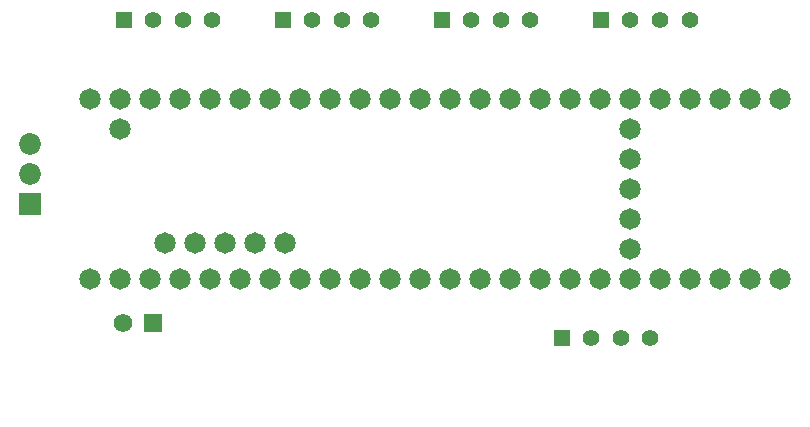
<source format=gbs>
G04*
G04 #@! TF.GenerationSoftware,Altium Limited,Altium Designer,22.10.1 (41)*
G04*
G04 Layer_Color=16711935*
%FSLAX44Y44*%
%MOMM*%
G71*
G04*
G04 #@! TF.SameCoordinates,51D38C2D-7858-46DE-8B48-74D45336439E*
G04*
G04*
G04 #@! TF.FilePolarity,Negative*
G04*
G01*
G75*
%ADD28C,0.1500*%
%ADD29C,1.8500*%
%ADD30R,1.8500X1.8500*%
%ADD31C,1.8150*%
%ADD32C,1.4000*%
%ADD33R,1.4000X1.4000*%
%ADD34R,1.5700X1.5700*%
%ADD35C,1.5700*%
D28*
X673100Y38100D02*
D03*
Y381000D02*
D03*
X38100Y38100D02*
D03*
Y381000D02*
D03*
D29*
Y268700D02*
D03*
Y243300D02*
D03*
D30*
Y217900D02*
D03*
D31*
X88900Y154400D02*
D03*
X114300Y306800D02*
D03*
X444500D02*
D03*
X114300Y281400D02*
D03*
Y154400D02*
D03*
X88900Y306800D02*
D03*
X139700D02*
D03*
X152400Y184900D02*
D03*
X177800D02*
D03*
X203200D02*
D03*
X228600D02*
D03*
X254000D02*
D03*
X546100Y281400D02*
D03*
Y256000D02*
D03*
Y230600D02*
D03*
Y205200D02*
D03*
Y179800D02*
D03*
X444500Y154400D02*
D03*
X469900Y306800D02*
D03*
X495300D02*
D03*
X520700D02*
D03*
X546100D02*
D03*
X571500D02*
D03*
X596900D02*
D03*
X622300D02*
D03*
X647700D02*
D03*
X673100D02*
D03*
Y154400D02*
D03*
X647700D02*
D03*
X622300D02*
D03*
X596900D02*
D03*
X571500D02*
D03*
X546100D02*
D03*
X520700D02*
D03*
X495300D02*
D03*
X469900D02*
D03*
X165100Y306800D02*
D03*
X190500D02*
D03*
X215900D02*
D03*
X241300D02*
D03*
X266700D02*
D03*
X292100D02*
D03*
X317500D02*
D03*
X342900D02*
D03*
X368300D02*
D03*
X393700D02*
D03*
X419100D02*
D03*
Y154400D02*
D03*
X393700D02*
D03*
X368300D02*
D03*
X342900D02*
D03*
X317500D02*
D03*
X292100D02*
D03*
X266700D02*
D03*
X241300D02*
D03*
X215900D02*
D03*
X190500D02*
D03*
X165100D02*
D03*
X139700D02*
D03*
D32*
X596300Y373550D02*
D03*
X571300D02*
D03*
X546300D02*
D03*
X563080Y104140D02*
D03*
X538080D02*
D03*
X513080D02*
D03*
X192240Y373380D02*
D03*
X167240D02*
D03*
X142240D02*
D03*
X461480D02*
D03*
X436480D02*
D03*
X411480D02*
D03*
X326860D02*
D03*
X301860D02*
D03*
X276860D02*
D03*
D33*
X521300Y373550D02*
D03*
X488080Y104140D02*
D03*
X117240Y373380D02*
D03*
X386480D02*
D03*
X251860D02*
D03*
D34*
X142240Y116840D02*
D03*
D35*
X116840D02*
D03*
M02*

</source>
